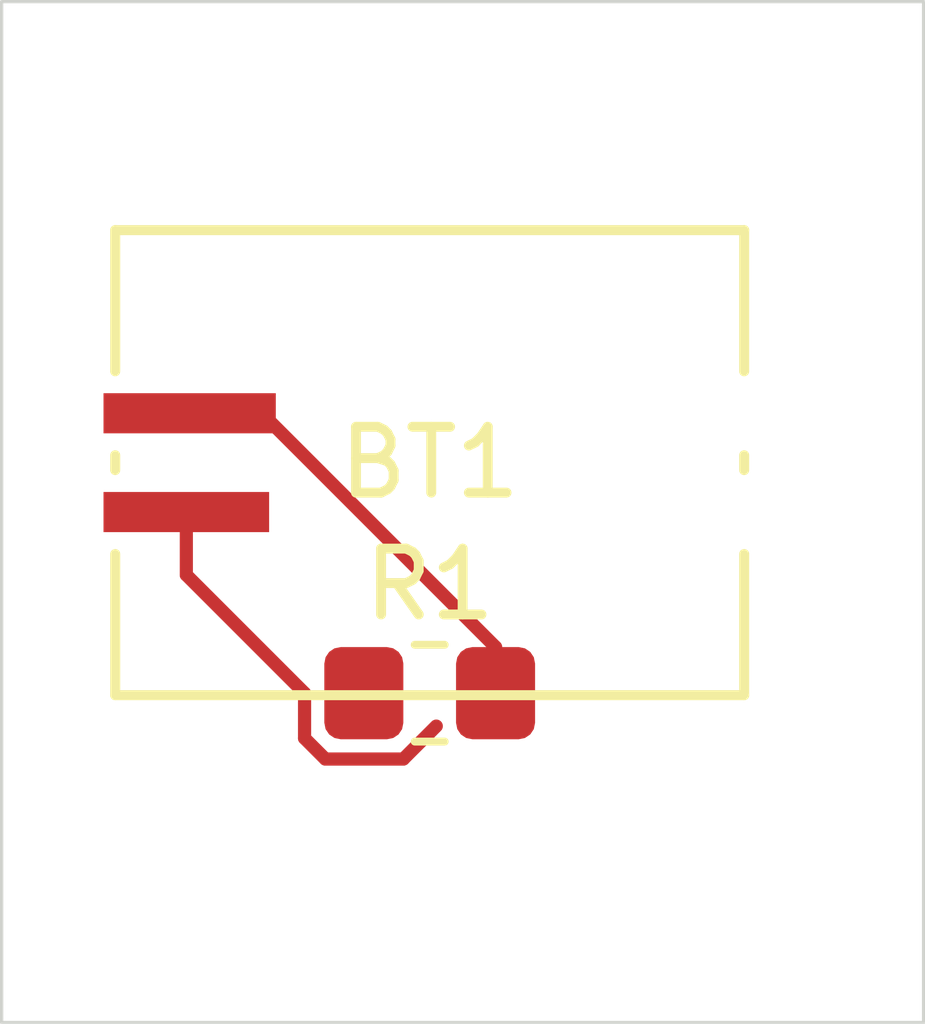
<source format=kicad_pcb>
(kicad_pcb (version 20240108) (generator "pcbnew") (generator_version "8.0")
  (layers (0 "F.Cu" signal) (31 "B.Cu" signal) (34 "B.Paste" user) (35 "F.Paste" user) (36 "B.SilkS" user "B.Silkscreen") (37 "F.SilkS" user "F.Silkscreen") (38 "B.Mask" user) (39 "F.Mask" user) (44 "Edge.Cuts" user))
  (net 0 "")
  (net 1 "Net-(BT1--)")
  (net 2 "Net-(BT1-+)")
  (net 3 "Net-(D1-K)")
  (footprint "Resistor_SMD:R_0805_2012Metric_Pad1.20x1.40mm_HandSolder" (layer "F.Cu") (at 24.5 26)
    (property "Reference" "R1" (at 0 -1.65 0) (layer "F.SilkS"))
    (property "Value" "R")
    (fp_line (start -0.227064 -0.735) (end 0.227064 -0.735) (stroke (width 0.12)) (layer "F.SilkS"))
    (fp_line (start -0.227064 0.735) (end 0.227064 0.735) (stroke (width 0.12)) (layer "F.SilkS"))
    (pad "1" smd roundrect (at -1 0) (size 1.2 1.4) (layers "F.Cu" "F.Paste" "F.Mask") (roundrect_rratio 0.208333) (net 3 "Net-(D1-K)"))
    (pad "2" smd roundrect (at 1 0) (size 1.2 1.4) (layers "F.Cu" "F.Paste" "F.Mask") (roundrect_rratio 0.208333) (net 2 "Net-(BT1-+)"))
  )
  (footprint "FS_3_Global_Footprint_Library:MS621FE-FL11E_SEC" (layer "F.Cu") (at 24.5 22.5)
    (property "Reference" "BT1" (at 0 0 0) (layer "F.SilkS"))
    (property "Value" "Battery_Cell")
    (fp_line (start -4.7752 -3.5306) (end -4.7752 -1.387541) (stroke (width 0.1524)) (layer "F.SilkS"))
    (fp_line (start -4.7752 -0.112461) (end -4.7752 0.112461) (stroke (width 0.1524)) (layer "F.SilkS"))
    (fp_line (start -4.7752 1.387541) (end -4.7752 3.5306) (stroke (width 0.1524)) (layer "F.SilkS"))
    (fp_line (start -4.7752 3.5306) (end 4.7752 3.5306) (stroke (width 0.1524)) (layer "F.SilkS"))
    (fp_line (start 4.7752 -3.5306) (end -4.7752 -3.5306) (stroke (width 0.1524)) (layer "F.SilkS"))
    (fp_line (start 4.7752 -1.387541) (end 4.7752 -3.5306) (stroke (width 0.1524)) (layer "F.SilkS"))
    (fp_line (start 4.7752 0.112461) (end 4.7752 -0.112461) (stroke (width 0.1524)) (layer "F.SilkS"))
    (fp_line (start 4.7752 3.5306) (end 4.7752 1.387541) (stroke (width 0.1524)) (layer "F.SilkS"))
    (pad "1" smd rect (at -3.6449 -0.750001) (size 2.6162 0.6096) (layers "F.Cu" "F.Paste" "F.Mask") (net 2 "Net-(BT1-+)"))
    (pad "2" smd rect (at -3.6957 0.750001) (size 2.5146 0.6096) (layers "F.Cu" "F.Paste" "F.Mask") (net 1 "Net-(BT1--)"))
  )
  (gr_rect (start 18 15.5) (end 32 31) (stroke (width 0.05)) (fill none) (layer "Edge.Cuts"))
  (segment (start 24.1 27) (end 24.6 26.5) (width 0.2) (layer "F.Cu") (net 1))
  (segment (start 22.6 26) (end 22.6 26.684744) (width 0.2) (layer "F.Cu") (net 1))
  (segment (start 20.8043 23.250001) (end 20.8043 24.2043) (width 0.2) (layer "F.Cu") (net 1))
  (segment (start 22.6 26.684744) (end 22.915256 27) (width 0.2) (layer "F.Cu") (net 1))
  (segment (start 22.915256 27) (end 24.1 27) (width 0.2) (layer "F.Cu") (net 1))
  (segment (start 20.8043 24.2043) (end 22.6 26) (width 0.2) (layer "F.Cu") (net 1))
  (segment (start 21.949999 21.749999) (end 20.8551 21.749999) (width 0.2) (layer "F.Cu") (net 2))
  (segment (start 25.5 26) (end 25.5 25.3) (width 0.2) (layer "F.Cu") (net 2))
  (segment (start 25.5 25.3) (end 21.949999 21.749999) (width 0.2) (layer "F.Cu") (net 2))
)
</source>
